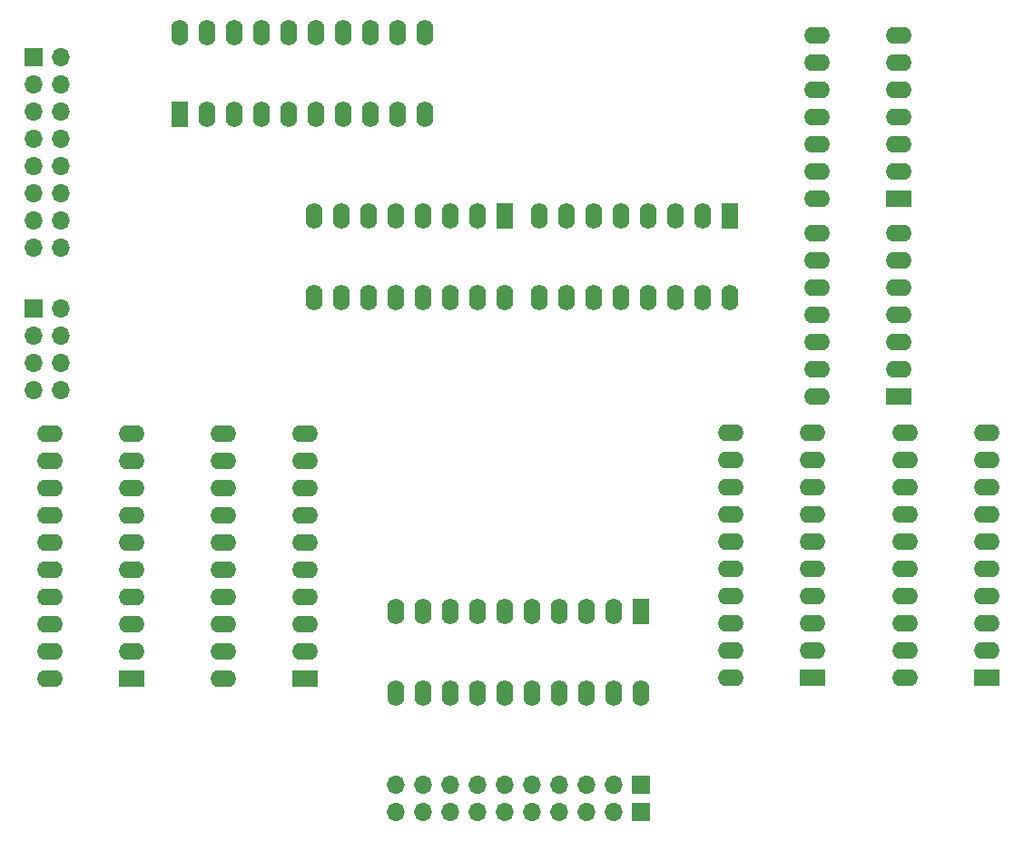
<source format=gbr>
%TF.GenerationSoftware,KiCad,Pcbnew,(6.0.5)*%
%TF.CreationDate,2023-06-09T01:00:48+03:00*%
%TF.ProjectId,Processor-ALU,50726f63-6573-4736-9f72-2d414c552e6b,rev?*%
%TF.SameCoordinates,Original*%
%TF.FileFunction,Soldermask,Bot*%
%TF.FilePolarity,Negative*%
%FSLAX46Y46*%
G04 Gerber Fmt 4.6, Leading zero omitted, Abs format (unit mm)*
G04 Created by KiCad (PCBNEW (6.0.5)) date 2023-06-09 01:00:48*
%MOMM*%
%LPD*%
G01*
G04 APERTURE LIST*
%ADD10R,1.600000X2.400000*%
%ADD11O,1.600000X2.400000*%
%ADD12R,2.400000X1.600000*%
%ADD13O,2.400000X1.600000*%
%ADD14R,1.700000X1.700000*%
%ADD15O,1.700000X1.700000*%
G04 APERTURE END LIST*
D10*
%TO.C,U6*%
X140525000Y-112875000D03*
D11*
X137985000Y-112875000D03*
X135445000Y-112875000D03*
X132905000Y-112875000D03*
X130365000Y-112875000D03*
X127825000Y-112875000D03*
X125285000Y-112875000D03*
X122745000Y-112875000D03*
X120205000Y-112875000D03*
X117665000Y-112875000D03*
X117665000Y-120495000D03*
X120205000Y-120495000D03*
X122745000Y-120495000D03*
X125285000Y-120495000D03*
X127825000Y-120495000D03*
X130365000Y-120495000D03*
X132905000Y-120495000D03*
X135445000Y-120495000D03*
X137985000Y-120495000D03*
X140525000Y-120495000D03*
%TD*%
D12*
%TO.C,U7*%
X164625000Y-74325000D03*
D13*
X164625000Y-71785000D03*
X164625000Y-69245000D03*
X164625000Y-66705000D03*
X164625000Y-64165000D03*
X164625000Y-61625000D03*
X164625000Y-59085000D03*
X157005000Y-59085000D03*
X157005000Y-61625000D03*
X157005000Y-64165000D03*
X157005000Y-66705000D03*
X157005000Y-69245000D03*
X157005000Y-71785000D03*
X157005000Y-74325000D03*
%TD*%
D12*
%TO.C,U3*%
X109265000Y-119125000D03*
D13*
X109265000Y-116585000D03*
X109265000Y-114045000D03*
X109265000Y-111505000D03*
X109265000Y-108965000D03*
X109265000Y-106425000D03*
X109265000Y-103885000D03*
X109265000Y-101345000D03*
X109265000Y-98805000D03*
X109265000Y-96265000D03*
X101645000Y-96265000D03*
X101645000Y-98805000D03*
X101645000Y-101345000D03*
X101645000Y-103885000D03*
X101645000Y-106425000D03*
X101645000Y-108965000D03*
X101645000Y-111505000D03*
X101645000Y-114045000D03*
X101645000Y-116585000D03*
X101645000Y-119125000D03*
%TD*%
D14*
%TO.C,P1*%
X83900000Y-84595000D03*
D15*
X86440000Y-84595000D03*
X83900000Y-87135000D03*
X86440000Y-87135000D03*
X83900000Y-89675000D03*
X86440000Y-89675000D03*
X83900000Y-92215000D03*
X86440000Y-92215000D03*
%TD*%
D10*
%TO.C,U2*%
X97525000Y-66475000D03*
D11*
X100065000Y-66475000D03*
X102605000Y-66475000D03*
X105145000Y-66475000D03*
X107685000Y-66475000D03*
X110225000Y-66475000D03*
X112765000Y-66475000D03*
X115305000Y-66475000D03*
X117845000Y-66475000D03*
X120385000Y-66475000D03*
X120385000Y-58855000D03*
X117845000Y-58855000D03*
X115305000Y-58855000D03*
X112765000Y-58855000D03*
X110225000Y-58855000D03*
X107685000Y-58855000D03*
X105145000Y-58855000D03*
X102605000Y-58855000D03*
X100065000Y-58855000D03*
X97525000Y-58855000D03*
%TD*%
D14*
%TO.C,P4*%
X83925000Y-61170000D03*
D15*
X86465000Y-61170000D03*
X83925000Y-63710000D03*
X86465000Y-63710000D03*
X83925000Y-66250000D03*
X86465000Y-66250000D03*
X83925000Y-68790000D03*
X86465000Y-68790000D03*
X83925000Y-71330000D03*
X86465000Y-71330000D03*
X83925000Y-73870000D03*
X86465000Y-73870000D03*
X83925000Y-76410000D03*
X86465000Y-76410000D03*
X83925000Y-78950000D03*
X86465000Y-78950000D03*
%TD*%
D12*
%TO.C,U1*%
X93025000Y-119125000D03*
D13*
X93025000Y-116585000D03*
X93025000Y-114045000D03*
X93025000Y-111505000D03*
X93025000Y-108965000D03*
X93025000Y-106425000D03*
X93025000Y-103885000D03*
X93025000Y-101345000D03*
X93025000Y-98805000D03*
X93025000Y-96265000D03*
X85405000Y-96265000D03*
X85405000Y-98805000D03*
X85405000Y-101345000D03*
X85405000Y-103885000D03*
X85405000Y-106425000D03*
X85405000Y-108965000D03*
X85405000Y-111505000D03*
X85405000Y-114045000D03*
X85405000Y-116585000D03*
X85405000Y-119125000D03*
%TD*%
D12*
%TO.C,U10*%
X156575000Y-119025000D03*
D13*
X156575000Y-116485000D03*
X156575000Y-113945000D03*
X156575000Y-111405000D03*
X156575000Y-108865000D03*
X156575000Y-106325000D03*
X156575000Y-103785000D03*
X156575000Y-101245000D03*
X156575000Y-98705000D03*
X156575000Y-96165000D03*
X148955000Y-96165000D03*
X148955000Y-98705000D03*
X148955000Y-101245000D03*
X148955000Y-103785000D03*
X148955000Y-106325000D03*
X148955000Y-108865000D03*
X148955000Y-111405000D03*
X148955000Y-113945000D03*
X148955000Y-116485000D03*
X148955000Y-119025000D03*
%TD*%
D12*
%TO.C,U9*%
X172815000Y-119025000D03*
D13*
X172815000Y-116485000D03*
X172815000Y-113945000D03*
X172815000Y-111405000D03*
X172815000Y-108865000D03*
X172815000Y-106325000D03*
X172815000Y-103785000D03*
X172815000Y-101245000D03*
X172815000Y-98705000D03*
X172815000Y-96165000D03*
X165195000Y-96165000D03*
X165195000Y-98705000D03*
X165195000Y-101245000D03*
X165195000Y-103785000D03*
X165195000Y-106325000D03*
X165195000Y-108865000D03*
X165195000Y-111405000D03*
X165195000Y-113945000D03*
X165195000Y-116485000D03*
X165195000Y-119025000D03*
%TD*%
D10*
%TO.C,U8*%
X127875000Y-75975000D03*
D11*
X125335000Y-75975000D03*
X122795000Y-75975000D03*
X120255000Y-75975000D03*
X117715000Y-75975000D03*
X115175000Y-75975000D03*
X112635000Y-75975000D03*
X110095000Y-75975000D03*
X110095000Y-83595000D03*
X112635000Y-83595000D03*
X115175000Y-83595000D03*
X117715000Y-83595000D03*
X120255000Y-83595000D03*
X122795000Y-83595000D03*
X125335000Y-83595000D03*
X127875000Y-83595000D03*
%TD*%
D14*
%TO.C,P3*%
X140530000Y-131575000D03*
D15*
X137990000Y-131575000D03*
X135450000Y-131575000D03*
X132910000Y-131575000D03*
X130370000Y-131575000D03*
X127830000Y-131575000D03*
X125290000Y-131575000D03*
X122750000Y-131575000D03*
X120210000Y-131575000D03*
X117670000Y-131575000D03*
%TD*%
D12*
%TO.C,U4*%
X164625000Y-92775000D03*
D13*
X164625000Y-90235000D03*
X164625000Y-87695000D03*
X164625000Y-85155000D03*
X164625000Y-82615000D03*
X164625000Y-80075000D03*
X164625000Y-77535000D03*
X157005000Y-77535000D03*
X157005000Y-80075000D03*
X157005000Y-82615000D03*
X157005000Y-85155000D03*
X157005000Y-87695000D03*
X157005000Y-90235000D03*
X157005000Y-92775000D03*
%TD*%
D14*
%TO.C,P2*%
X140530000Y-129025000D03*
D15*
X137990000Y-129025000D03*
X135450000Y-129025000D03*
X132910000Y-129025000D03*
X130370000Y-129025000D03*
X127830000Y-129025000D03*
X125290000Y-129025000D03*
X122750000Y-129025000D03*
X120210000Y-129025000D03*
X117670000Y-129025000D03*
%TD*%
D10*
%TO.C,U5*%
X148825000Y-75975000D03*
D11*
X146285000Y-75975000D03*
X143745000Y-75975000D03*
X141205000Y-75975000D03*
X138665000Y-75975000D03*
X136125000Y-75975000D03*
X133585000Y-75975000D03*
X131045000Y-75975000D03*
X131045000Y-83595000D03*
X133585000Y-83595000D03*
X136125000Y-83595000D03*
X138665000Y-83595000D03*
X141205000Y-83595000D03*
X143745000Y-83595000D03*
X146285000Y-83595000D03*
X148825000Y-83595000D03*
%TD*%
M02*

</source>
